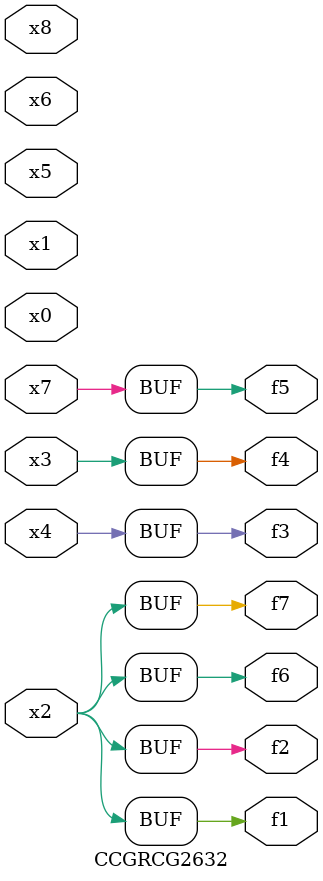
<source format=v>
module CCGRCG2632(
	input x0, x1, x2, x3, x4, x5, x6, x7, x8,
	output f1, f2, f3, f4, f5, f6, f7
);
	assign f1 = x2;
	assign f2 = x2;
	assign f3 = x4;
	assign f4 = x3;
	assign f5 = x7;
	assign f6 = x2;
	assign f7 = x2;
endmodule

</source>
